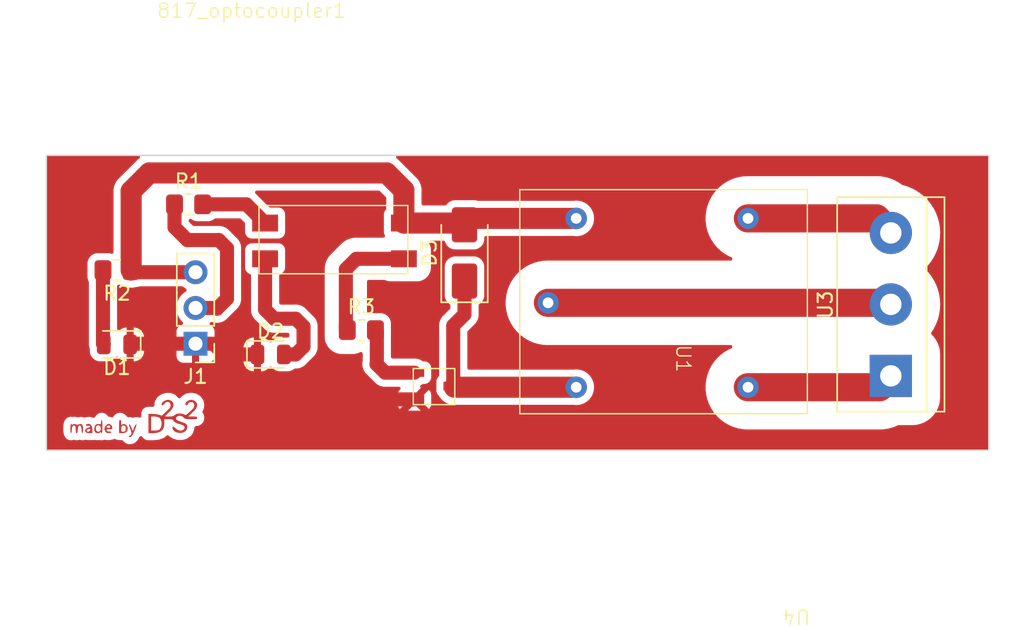
<source format=kicad_pcb>
(kicad_pcb (version 20221018) (generator pcbnew)
  (layers (0 "F.Cu" signal) (31 "B.Cu" signal) (34 "B.Paste" user) (35 "F.Paste" user) (36 "B.SilkS" user "B.Silkscreen") (37 "F.SilkS" user "F.Silkscreen") (38 "B.Mask" user) (39 "F.Mask" user) (44 "Edge.Cuts" user))
  (net 0 "")
  (net 1 "Net-(817_optocoupler1-Pad1)")
  (net 2 "Net-(D2-A)")
  (net 3 "VCC")
  (net 4 "/gnd")
  (net 5 "Net-(D3-K)")
  (net 6 "Net-(U1-base)")
  (net 7 "/in2")
  (net 8 "/led1")
  (net 9 "/in3")
  (net 10 "/ac3")
  (net 11 "/ac1")
  (net 12 "/ac2")
  (footprint "relay:relay" (layer "F.Cu") (at 166.8085 116.1682 180)
    (fp_text reference "U4" (at 1.5748 -13.3124 180 unlocked) (layer "F.SilkS") (effects (font (thickness 0.1))))
    (fp_text value "~")
    (fp_line (start 0.7874 1.1176) (end 1.4224 1.1176) (stroke (width 0.1)) (layer "F.SilkS"))
    (fp_line (start 0.7874 17.0434) (end 0.7874 1.1176) (stroke (width 0.1)) (layer "F.SilkS"))
    (fp_line (start 1.4224 1.1176) (end 21.209 1.1176) (stroke (width 0.1)) (layer "F.SilkS"))
    (fp_line (start 21.209 1.1176) (end 21.209 17.0434) (stroke (width 0.1)) (layer "F.SilkS"))
    (fp_line (start 21.209 17.0434) (end 0.7874 17.0434) (stroke (width 0.1)) (layer "F.SilkS"))
    (pad "1" thru_hole circle (at 5 3 180) (size 1.524 1.524) (drill 0.762) (layers "*.Cu" "*.Mask") (net 10 "/ac3"))
    (pad "2" thru_hole circle (at 5 15 180) (size 1.524 1.524) (drill 0.762) (layers "*.Cu" "*.Mask") (net 11 "/ac1"))
    (pad "3" thru_hole circle (at 17.2 3 180) (size 1.524 1.524) (drill 0.762) (layers "*.Cu" "*.Mask") (net 5 "Net-(D3-K)"))
    (pad "4" thru_hole circle (at 19.2 9 180) (size 1.524 1.524) (drill 0.762) (layers "*.Cu" "*.Mask") (net 12 "/ac2"))
    (pad "5" thru_hole circle (at 17.2 15 180) (size 1.524 1.524) (drill 0.762) (layers "*.Cu" "*.Mask") (net 3 "VCC"))
  )
  (footprint "Connector_PinHeader_2.54mm:PinHeader_1x03_P2.54mm_Vertical" (layer "F.Cu") (at 122.5724 110.0747 180)
    (fp_text reference "J1" (at 0 -2.33) (layer "F.SilkS"))
    (fp_text value "Conn_01x03_Socket")
    (fp_line (start -1.33 -1.33) (end 0 -1.33) (stroke (width 0.12)) (layer "F.SilkS"))
    (fp_line (start -1.33 0) (end -1.33 -1.33) (stroke (width 0.12)) (layer "F.SilkS"))
    (fp_line (start -1.33 1.27) (end -1.33 6.41) (stroke (width 0.12)) (layer "F.SilkS"))
    (fp_line (start -1.33 1.27) (end 1.33 1.27) (stroke (width 0.12)) (layer "F.SilkS"))
    (fp_line (start -1.33 6.41) (end 1.33 6.41) (stroke (width 0.12)) (layer "F.SilkS"))
    (fp_line (start 1.33 1.27) (end 1.33 6.41) (stroke (width 0.12)) (layer "F.SilkS"))
    (pad "1" thru_hole rect (at 0 0 180) (size 1.7 1.7) (drill 1) (layers "*.Cu" "*.Mask") (net 4 "/gnd"))
    (pad "2" thru_hole oval (at 0 2.54 180) (size 1.7 1.7) (drill 1) (layers "*.Cu" "*.Mask") (net 9 "/in3"))
    (pad "3" thru_hole oval (at 0 5.08 180) (size 1.7 1.7) (drill 1) (layers "*.Cu" "*.Mask") (net 3 "VCC"))
  )
  (footprint "optocoupler_footprint:optocoupler" (layer "F.Cu") (at 126.5985 99.7704)
    (fp_text reference "817_optocoupler1" (at -0.0508 -13.3632 unlocked) (layer "F.SilkS") (effects (font (thickness 0.1))))
    (fp_text value "~")
    (fp_line (start 0.4826 0.508) (end 0.4826 5.334) (stroke (width 0.1)) (layer "F.SilkS"))
    (fp_line (start 0.4826 5.334) (end 11.049 5.334) (stroke (width 0.1)) (layer "F.SilkS"))
    (fp_line (start 11.049 0.4826) (end 0.4826 0.4826) (stroke (width 0.1)) (layer "F.SilkS"))
    (fp_line (start 11.049 5.334) (end 11.049 0.4826) (stroke (width 0.1)) (layer "F.SilkS"))
    (pad "1" smd rect (at 0.9144 1.73) (size 1.84 1.2) (layers "F.Cu" "F.Paste" "F.Mask") (net 1 "Net-(817_optocoupler1-Pad1)"))
    (pad "2" smd rect (at 0.9144 4.27) (size 1.84 1.2) (layers "F.Cu" "F.Paste" "F.Mask") (net 2 "Net-(D2-A)"))
    (pad "3" smd rect (at 10.7696 4.27) (size 1.84 1.2) (layers "F.Cu" "F.Paste" "F.Mask") (net 7 "/in2"))
    (pad "4" smd rect (at 10.7696 1.73) (size 1.84 1.2) (layers "F.Cu" "F.Paste" "F.Mask") (net 3 "VCC"))
  )
  (footprint "Resistor_SMD:R_0805_2012Metric_Pad1.20x1.40mm_HandSolder" (layer "F.Cu") (at 122.0804 100.1687)
    (fp_text reference "R1" (at 0 -1.65) (layer "F.SilkS"))
    (fp_text value "R")
    (fp_line (start -0.227064 -0.735) (end 0.227064 -0.735) (stroke (width 0.12)) (layer "F.SilkS"))
    (fp_line (start -0.227064 0.735) (end 0.227064 0.735) (stroke (width 0.12)) (layer "F.SilkS"))
    (pad "1" smd roundrect (at -1 0) (size 1.2 1.4) (layers "F.Cu" "F.Paste" "F.Mask") (roundrect_rratio 0.208333) (net 9 "/in3"))
    (pad "2" smd roundrect (at 1 0) (size 1.2 1.4) (layers "F.Cu" "F.Paste" "F.Mask") (roundrect_rratio 0.208333) (net 1 "Net-(817_optocoupler1-Pad1)"))
  )
  (footprint "TerminalBlock:TerminalBlock_bornier-3_P5.08mm" (layer "F.Cu") (at 171.95 112.3607 90)
    (fp_text reference "U3" (at 5.05 -4.65 90) (layer "F.SilkS"))
    (fp_text value "ED2610-ND")
    (fp_line (start -2.54 -3.81) (end 12.7 -3.81) (stroke (width 0.12)) (layer "F.SilkS"))
    (fp_line (start -2.54 2.54) (end 12.7 2.54) (stroke (width 0.12)) (layer "F.SilkS"))
    (fp_line (start -2.54 3.81) (end -2.54 -3.81) (stroke (width 0.12)) (layer "F.SilkS"))
    (fp_line (start -2.54 3.81) (end 12.7 3.81) (stroke (width 0.12)) (layer "F.SilkS"))
    (fp_line (start 12.7 3.81) (end 12.7 -3.81) (stroke (width 0.12)) (layer "F.SilkS"))
    (pad "1" thru_hole rect (at 0 0 90) (size 3 3) (drill 1.52) (layers "*.Cu" "*.Mask") (net 10 "/ac3"))
    (pad "2" thru_hole circle (at 5.08 0 90) (size 3 3) (drill 1.52) (layers "*.Cu" "*.Mask") (net 12 "/ac2"))
    (pad "3" thru_hole circle (at 10.16 0 90) (size 3 3) (drill 1.52) (layers "*.Cu" "*.Mask") (net 11 "/ac1"))
  )
  (footprint "demo:demologo" (layer "F.Cu") (at 118.1862 115.3922)
    (fp_text reference "G***" hide)
    (fp_text value "LOGO" hide)
    (fp_poly (pts (xy 0.186108 0.40067) (xy 0.188877 0.453007) (xy 0.159671 0.567862) (xy 0.107169 0.722136) (xy 0.040045 0.892731) (xy -0.033024 1.056549) (xy -0.103362 1.190492) (xy -0.121565 1.21977) (xy -0.209718 1.306512) (xy -0.299581 1.322672) (xy -0.35541 1.279478) (xy -0.34448 1.239063) (xy -0.309803 1.23209) (xy -0.235124 1.193247) (xy -0.184748 1.122) (xy -0.163994 1.039333) (xy -0.177568 0.933588) (xy -0.229969 0.778365) (xy -0.253284 0.719797) (xy -0.308631 0.564648) (xy -0.334772 0.450132) (xy -0.327771 0.40036) (xy -0.283444 0.425423) (xy -0.216628 0.537747) (xy -0.129611 0.733115) (xy -0.082171 0.852985) (xy -0.057657 0.88736) (xy -0.051129 0.868761) (xy -0.028482 0.773676) (xy 0.020271 0.651288) (xy 0.080984 0.529507) (xy 0.139513 0.436241) (xy 0.181712 0.3994)) (fill solid) (layer "F.Cu"))
    (fp_poly (pts (xy -3.050695 0.440931) (xy -2.970029 0.577175) (xy -2.938326 0.785853) (xy -2.93806 0.810131) (xy -2.93806 1.030518) (xy -3.14371 1.034646) (xy -3.283255 1.025264) (xy -3.385246 0.996802) (xy -3.404345 0.98379) (xy -3.463657 0.876379) (xy -3.460021 0.862703) (xy -3.354868 0.862703) (xy -3.341735 0.898954) (xy -3.269282 0.944475) (xy -3.177649 0.927861) (xy -3.105351 0.862166) (xy -3.088195 0.813021) (xy -3.088655 0.734247) (xy -3.140246 0.724073) (xy -3.182971 0.735418) (xy -3.315344 0.794107) (xy -3.354868 0.862703) (xy -3.460021 0.862703) (xy -3.436277 0.773386) (xy -3.329882 0.688019) (xy -3.207174 0.644525) (xy -3.111361 0.601204) (xy -3.098358 0.551454) (xy -3.159925 0.515158) (xy -3.263085 0.509602) (xy -3.371852 0.50261) (xy -3.411533 0.468971) (xy -3.371326 0.423561) (xy -3.336982 0.407869) (xy -3.174841 0.382652)) (fill solid) (layer "F.Cu"))
    (fp_poly (pts (xy -1.651781 0.421157) (xy -1.55341 0.525971) (xy -1.516418 0.655317) (xy -1.527941 0.718826) (xy -1.578925 0.749153) (xy -1.693995 0.757988) (xy -1.733139 0.758209) (xy -1.866479 0.76401) (xy -1.926507 0.787225) (xy -1.934286 0.836576) (xy -1.933437 0.841138) (xy -1.892073 0.900242) (xy -1.78595 0.922997) (xy -1.740376 0.924067) (xy -1.618982 0.938097) (xy -1.583289 0.970519) (xy -1.630113 1.006838) (xy -1.75627 1.032555) (xy -1.764365 1.033283) (xy -1.898422 1.027637) (xy -1.985077 0.971216) (xy -2.00949 0.939809) (xy -2.067191 0.821297) (xy -2.085074 0.730362) (xy -2.04994 0.602776) (xy -2.047351 0.599141) (xy -1.937142 0.599141) (xy -1.912205 0.647165) (xy -1.800746 0.663433) (xy -1.688905 0.642945) (xy -1.658582 0.590864) (xy -1.695339 0.512625) (xy -1.779994 0.48593) (xy -1.872432 0.52177) (xy -1.937142 0.599141) (xy -2.047351 0.599141) (xy -1.963223 0.481045) (xy -1.852955 0.397546) (xy -1.780957 0.379105)) (fill solid) (layer "F.Cu"))
    (fp_poly (pts (xy -0.923119 0.124594) (xy -0.902281 0.22456) (xy -0.900373 0.293806) (xy -0.894675 0.414672) (xy -0.874126 0.454207) (xy -0.843507 0.43597) (xy -0.736849 0.38456) (xy -0.618364 0.405765) (xy -0.511973 0.484425) (xy -0.441596 0.605381) (xy -0.426492 0.700277) (xy -0.457157 0.875839) (xy -0.5525 0.985206) (xy -0.717541 1.032793) (xy -0.807654 1.035447) (xy -1.042537 1.030155) (xy -1.042537 0.72905) (xy -0.898984 0.72905) (xy -0.895581 0.850108) (xy -0.868781 0.916169) (xy -0.784435 0.947891) (xy -0.679105 0.934912) (xy -0.603966 0.885412) (xy -0.597421 0.872804) (xy -0.575776 0.770037) (xy -0.568657 0.662751) (xy -0.603659 0.547015) (xy -0.688975 0.487273) (xy -0.795068 0.499208) (xy -0.831565 0.523156) (xy -0.876194 0.604741) (xy -0.898984 0.72905) (xy -1.042537 0.72905) (xy -1.042537 0.562466) (xy -1.04014 0.343139) (xy -1.031361 0.202837) (xy -1.013819 0.125895) (xy -0.985133 0.096647) (xy -0.971455 0.094776)) (fill solid) (layer "F.Cu"))
    (fp_poly (pts (xy -2.252613 0.13983) (xy -2.236697 0.265886) (xy -2.228245 0.459293) (xy -2.227239 0.568657) (xy -2.231744 0.788799) (xy -2.24435 0.947957) (xy -2.26369 1.032479) (xy -2.274627 1.042537) (xy -2.319071 1.005353) (xy -2.322015 0.985672) (xy -2.336002 0.952703) (xy -2.37888 0.985672) (xy -2.48271 1.034104) (xy -2.615698 1.035518) (xy -2.727676 0.991674) (xy -2.747444 0.972737) (xy -2.796152 0.852666) (xy -2.800442 0.710821) (xy -2.701119 0.710821) (xy -2.670106 0.845896) (xy -2.593568 0.92726) (xy -2.496257 0.946296) (xy -2.402924 0.894388) (xy -2.36078 0.829291) (xy -2.333764 0.695041) (xy -2.365752 0.5788) (xy -2.439 0.499253) (xy -2.535767 0.475088) (xy -2.638307 0.524991) (xy -2.644254 0.530746) (xy -2.688042 0.619359) (xy -2.701119 0.710821) (xy -2.800442 0.710821) (xy -2.800937 0.694441) (xy -2.764362 0.542502) (xy -2.718255 0.466634) (xy -2.620334 0.397908) (xy -2.488357 0.393637) (xy -2.476576 0.395452) (xy -2.372608 0.405765) (xy -2.33033 0.373489) (xy -2.322041 0.273927) (xy -2.322015 0.257655) (xy -2.309911 0.149217) (xy -2.280215 0.09591) (xy -2.274627 0.094776)) (fill solid) (layer "F.Cu"))
    (fp_poly (pts (xy -4.408529 0.415221) (xy -4.407089 0.426894) (xy -4.374705 0.443961) (xy -4.312313 0.415495) (xy -4.213146 0.380428) (xy -4.12727 0.412679) (xy -4.028147 0.445186) (xy -3.90156 0.417893) (xy -3.894129 0.415123) (xy -3.758887 0.386639) (xy -3.669089 0.426774) (xy -3.618679 0.542747) (xy -3.601601 0.74178) (xy -3.601492 0.764012) (xy -3.60882 0.913082) (xy -3.627889 1.013894) (xy -3.64888 1.042537) (xy -3.677658 1.000296) (xy -3.694474 0.893907) (xy -3.696268 0.838348) (xy -3.711276 0.68852) (xy -3.748648 0.566904) (xy -3.762223 0.543962) (xy -3.837891 0.484379) (xy -3.905218 0.508786) (xy -3.955397 0.6064) (xy -3.979622 0.766435) (xy -3.980597 0.8114) (xy -3.98857 0.95836) (xy -4.016067 1.029057) (xy -4.051679 1.042537) (xy -4.094439 1.019247) (xy -4.116518 0.937462) (xy -4.122761 0.780416) (xy -4.130412 0.616099) (xy -4.157061 0.52482) (xy -4.200696 0.488388) (xy -4.290001 0.496014) (xy -4.359624 0.582204) (xy -4.400345 0.731325) (xy -4.407089 0.838348) (xy -4.416893 0.962346) (xy -4.441583 1.034807) (xy -4.454477 1.042537) (xy -4.478786 0.998707) (xy -4.495584 0.881234) (xy -4.501865 0.711143) (xy -4.501865 0.710821) (xy -4.495604 0.540659) (xy -4.478822 0.423078) (xy -4.454523 0.379105) (xy -4.454477 0.379105)) (fill solid) (layer "F.Cu"))
    (fp_poly (pts (xy 4.24611 -1.29541) (xy 4.387193 -1.212101) (xy 4.479236 -1.085843) (xy 4.501866 -0.970494) (xy 4.486013 -0.845752) (xy 4.430416 -0.724103) (xy 4.323017 -0.586943) (xy 4.151756 -0.415671) (xy 4.127573 -0.393088) (xy 3.862127 -0.146437) (xy 4.181996 -0.1443) (xy 4.352614 -0.140369) (xy 4.449079 -0.127283) (xy 4.491969 -0.098808) (xy 4.501863 -0.048709) (xy 4.501866 -0.047388) (xy 4.494812 -0.002572) (xy 4.461693 0.025371) (xy 4.384568 0.040382) (xy 4.2455 0.0464) (xy 4.070346 0.047388) (xy 3.863755 0.045573) (xy 3.729517 0.036754) (xy 3.645228 0.015875) (xy 3.588487 -0.022124) (xy 3.545638 -0.071082) (xy 3.435184 -0.158132) (xy 3.300138 -0.193839) (xy 3.165287 -0.182891) (xy 3.055418 -0.129976) (xy 2.995318 -0.039784) (xy 2.99401 0.033265) (xy 3.045447 0.098125) (xy 3.179537 0.167169) (xy 3.338725 0.224025) (xy 3.511248 0.285806) (xy 3.65326 0.34806) (xy 3.735146 0.397739) (xy 3.736947 0.399474) (xy 3.798352 0.521404) (xy 3.796964 0.675669) (xy 3.735816 0.826416) (xy 3.696588 0.87634) (xy 3.54895 0.979167) (xy 3.369562 1.025897) (xy 3.180065 1.02163) (xy 3.002102 0.971467) (xy 2.857315 0.880509) (xy 2.767346 0.753857) (xy 2.748508 0.652889) (xy 2.772137 0.579691) (xy 2.840369 0.586893) (xy 2.94922 0.673522) (xy 2.985448 0.710821) (xy 3.129371 0.814971) (xy 3.292962 0.859364) (xy 3.447748 0.842058) (xy 3.565255 0.76111) (xy 3.572858 0.750883) (xy 3.616238 0.630843) (xy 3.568839 0.529692) (xy 3.43351 0.451606) (xy 3.351899 0.426883) (xy 3.099972 0.349143) (xy 2.920019 0.261887) (xy 2.821841 0.170284) (xy 2.809223 0.140623) (xy 2.78389 0.089986) (xy 2.726409 0.061668) (xy 2.61447 0.049524) (xy 2.470499 0.047324) (xy 2.156157 0.047259) (xy 2.169976 0.296111) (xy 2.151822 0.567413) (xy 2.063033 0.776709) (xy 1.902537 0.924989) (xy 1.669262 1.013243) (xy 1.362407 1.042464) (xy 1.042537 1.042537) (xy 1.042537 0.355411) (xy 1.042537 -0.142164) (xy 1.23209 -0.142164) (xy 1.23209 0.355411) (xy 1.23209 0.852985) (xy 1.492724 0.852985) (xy 1.674293 0.841605) (xy 1.791941 0.802473) (xy 1.845491 0.760852) (xy 1.935337 0.617468) (xy 1.976155 0.436278) (xy 1.970268 0.245325) (xy 1.92 0.072652) (xy 1.827673 -0.0537) (xy 1.775259 -0.086971) (xy 1.650442 -0.12194) (xy 1.488941 -0.14099) (xy 1.443106 -0.142164) (xy 1.23209 -0.142164) (xy 1.042537 -0.142164) (xy 1.042537 -0.331716) (xy 1.338713 -0.329636) (xy 1.532124 -0.317774) (xy 1.717056 -0.289422) (xy 1.814716 -0.263409) (xy 1.994544 -0.199261) (xy 2.308342 -0.495087) (xy 2.463469 -0.646902) (xy 2.558595 -0.757631) (xy 2.606999 -0.846295) (xy 2.621958 -0.931914) (xy 2.622139 -0.944588) (xy 2.586232 -1.085694) (xy 2.49611 -1.169372) (xy 2.378176 -1.188029) (xy 2.258832 -1.13407) (xy 2.199187 -1.066231) (xy 2.118834 -0.980918) (xy 2.038484 -0.946811) (xy 1.982812 -0.966415) (xy 1.976494 -1.042232) (xy 1.976867 -1.04368) (xy 2.054983 -1.173006) (xy 2.194201 -1.26885) (xy 2.36379 -1.321173) (xy 2.533022 -1.319937) (xy 2.657838 -1.266123) (xy 2.787647 -1.125526) (xy 2.829027 -0.968534) (xy 2.781395 -0.791965) (xy 2.644168 -0.592635) (xy 2.508808 -0.451413) (xy 2.379093 -0.325383) (xy 2.280954 -0.225651) (xy 2.230608 -0.168854) (xy 2.227239 -0.162502) (xy 2.270305 -0.151774) (xy 2.38224 -0.144404) (xy 2.511567 -0.142164) (xy 2.69541 -0.150929) (xy 2.813907 -0.181825) (xy 2.888029 -0.234297) (xy 3.047616 -0.331493) (xy 3.251458 -0.365207) (xy 3.470178 -0.331628) (xy 3.515332 -0.315638) (xy 3.706903 -0.240387) (xy 3.960446 -0.463757) (xy 4.096172 -0.590826) (xy 4.207287 -0.708356) (xy 4.269205 -0.790099) (xy 4.30411 -0.929363) (xy 4.273789 -1.06019) (xy 4.188765 -1.149502) (xy 4.150147 -1.164315) (xy 4.023976 -1.16603) (xy 3.910301 -1.121515) (xy 3.843995 -1.047232) (xy 3.838433 -1.017176) (xy 3.798992 -0.960909) (xy 3.743657 -0.947761) (xy 3.66556 -0.976336) (xy 3.657702 -1.051907) (xy 3.718834 -1.159243) (xy 3.765197 -1.210549) (xy 3.911453 -1.302344) (xy 4.079643 -1.32806)) (fill solid) (layer "F.Cu"))
  )
  (footprint "smd_BC547:smd_BC547" (layer "F.Cu") (at 141.5679 111.3328 -90)
    (fp_text reference "U1" (at -0.2032 -15.6478 -90 unlocked) (layer "F.SilkS") (effects (font (thickness 0.1))))
    (fp_text value "~")
    (fp_line (start 0.508 0.5842) (end 3.0734 0.5842) (stroke (width 0.1)) (layer "F.SilkS"))
    (fp_line (start 0.508 3.5306) (end 0.508 0.6096) (stroke (width 0.1)) (layer "F.SilkS"))
    (fp_line (start 3.0734 0.5842) (end 3.0734 3.5306) (stroke (width 0.1)) (layer "F.SilkS"))
    (fp_line (start 3.0734 3.5306) (end 0.508 3.5306) (stroke (width 0.1)) (layer "F.SilkS"))
    (pad "1" smd rect (at 0.8 3.4544 270) (size 0.6 1.39) (layers "F.Cu" "F.Paste" "F.Mask") (net 6 "Net-(U1-base)"))
    (pad "2" smd rect (at 2.7 3.4544 270) (size 0.6 1.39) (layers "F.Cu" "F.Paste" "F.Mask") (net 4 "/gnd"))
    (pad "3" smd rect (at 1.75 0.695 270) (size 0.6 1.39) (layers "F.Cu" "F.Paste" "F.Mask") (net 5 "Net-(D3-K)"))
  )
  (footprint "LED_SMD:LED_0805_2012Metric" (layer "F.Cu") (at 127.9064 110.8367)
    (fp_text reference "D2" (at 0 -1.65) (layer "F.SilkS"))
    (fp_text value "LED")
    (fp_line (start -1.685 -0.96) (end -1.685 0.96) (stroke (width 0.12)) (layer "F.SilkS"))
    (fp_line (start -1.685 0.96) (end 1 0.96) (stroke (width 0.12)) (layer "F.SilkS"))
    (fp_line (start 1 -0.96) (end -1.685 -0.96) (stroke (width 0.12)) (layer "F.SilkS"))
    (pad "1" smd roundrect (at -0.9375 0) (size 0.975 1.4) (layers "F.Cu" "F.Paste" "F.Mask") (net 4 "/gnd"))
    (pad "2" smd roundrect (at 0.9375 0) (size 0.975 1.4) (layers "F.Cu" "F.Paste" "F.Mask") (net 2 "Net-(D2-A)"))
  )
  (footprint "LED_SMD:LED_0805_2012Metric" (layer "F.Cu") (at 116.9933 110.1255 180)
    (fp_text reference "D1" (at 0 -1.65) (layer "F.SilkS"))
    (fp_text value "LED")
    (fp_line (start -1.685 -0.96) (end -1.685 0.96) (stroke (width 0.12)) (layer "F.SilkS"))
    (fp_line (start -1.685 0.96) (end 1 0.96) (stroke (width 0.12)) (layer "F.SilkS"))
    (fp_line (start 1 -0.96) (end -1.685 -0.96) (stroke (width 0.12)) (layer "F.SilkS"))
    (pad "1" smd roundrect (at -0.9375 0 180) (size 0.975 1.4) (layers "F.Cu" "F.Paste" "F.Mask") (net 4 "/gnd"))
    (pad "2" smd roundrect (at 0.9375 0 180) (size 0.975 1.4) (layers "F.Cu" "F.Paste" "F.Mask") (net 8 "/led1"))
  )
  (footprint "Resistor_SMD:R_0805_2012Metric_Pad1.20x1.40mm_HandSolder" (layer "F.Cu") (at 134.3486 109.1095)
    (fp_text reference "R3" (at 0 -1.65) (layer "F.SilkS"))
    (fp_text value "R")
    (fp_line (start -0.227064 -0.735) (end 0.227064 -0.735) (stroke (width 0.12)) (layer "F.SilkS"))
    (fp_line (start -0.227064 0.735) (end 0.227064 0.735) (stroke (width 0.12)) (layer "F.SilkS"))
    (pad "1" smd roundrect (at -1 0) (size 1.2 1.4) (layers "F.Cu" "F.Paste" "F.Mask") (roundrect_rratio 0.208333) (net 7 "/in2"))
    (pad "2" smd roundrect (at 1 0) (size 1.2 1.4) (layers "F.Cu" "F.Paste" "F.Mask") (roundrect_rratio 0.208333) (net 6 "Net-(U1-base)"))
  )
  (footprint "Diode_SMD:D_SMA" (layer "F.Cu") (at 141.6732 103.6231 90)
    (fp_text reference "D3" (at 0 -2.5 90) (layer "F.SilkS"))
    (fp_text value "D")
    (fp_line (start -3.51 -1.65) (end -3.51 1.65) (stroke (width 0.12)) (layer "F.SilkS"))
    (fp_line (start -3.51 -1.65) (end 2 -1.65) (stroke (width 0.12)) (layer "F.SilkS"))
    (fp_line (start -3.51 1.65) (end 2 1.65) (stroke (width 0.12)) (layer "F.SilkS"))
    (pad "1" smd roundrect (at -2 0 90) (size 2.5 1.8) (layers "F.Cu" "F.Paste" "F.Mask") (roundrect_rratio 0.1388888889) (net 5 "Net-(D3-K)"))
    (pad "2" smd roundrect (at 2 0 90) (size 2.5 1.8) (layers "F.Cu" "F.Paste" "F.Mask") (roundrect_rratio 0.1388888889) (net 3 "VCC"))
  )
  (footprint "Resistor_SMD:R_0805_2012Metric_Pad1.20x1.40mm_HandSolder" (layer "F.Cu") (at 117.0004 104.8423 180)
    (fp_text reference "R2" (at 0 -1.65) (layer "F.SilkS"))
    (fp_text value "R")
    (fp_line (start -0.227064 -0.735) (end 0.227064 -0.735) (stroke (width 0.12)) (layer "F.SilkS"))
    (fp_line (start -0.227064 0.735) (end 0.227064 0.735) (stroke (width 0.12)) (layer "F.SilkS"))
    (pad "1" smd roundrect (at -1 0 180) (size 1.2 1.4) (layers "F.Cu" "F.Paste" "F.Mask") (roundrect_rratio 0.208333) (net 3 "VCC"))
    (pad "2" smd roundrect (at 1 0 180) (size 1.2 1.4) (layers "F.Cu" "F.Paste" "F.Mask") (roundrect_rratio 0.208333) (net 8 "/led1"))
  )
  (gr_rect (start 111.9806 96.6889) (end 178.9096 117.6439) (stroke (width 0.1)) (fill none) (layer "Edge.Cuts"))
  (segment (start 127.5129 101.5004) (end 127.5907 101.5004) (width 1) (layer "F.Cu") (net 1))
  (segment (start 123.0804 100.1687) (end 126.1812 100.1687) (width 1) (layer "F.Cu") (net 1))
  (segment (start 126.1812 100.1687) (end 127.5129 101.5004) (width 1) (layer "F.Cu") (net 1))
  (segment (start 127.5907 101.5004) (end 127.6524 101.4387) (width 1) (layer "F.Cu") (net 1))
  (segment (start 127.5129 107.6492) (end 128.1604 108.2967) (width 1) (layer "F.Cu") (net 2))
  (segment (start 130.242 108.8543) (end 130.242 110.2791) (width 1) (layer "F.Cu") (net 2))
  (segment (start 130.242 110.2791) (end 129.6844 110.8367) (width 1) (layer "F.Cu") (net 2))
  (segment (start 129.6844 110.8367) (end 128.9564 110.8367) (width 1) (layer "F.Cu") (net 2))
  (segment (start 129.6844 108.2967) (end 130.242 108.8543) (width 1) (layer "F.Cu") (net 2))
  (segment (start 128.1604 108.2967) (end 129.6844 108.2967) (width 1) (layer "F.Cu") (net 2))
  (segment (start 127.5129 104.0404) (end 127.5129 107.6492) (width 1) (layer "F.Cu") (net 2))
  (segment (start 118.0004 99.2289) (end 118.0004 104.8423) (width 1.5) (layer "F.Cu") (net 3))
  (segment (start 119.2904 97.9389) (end 118.0004 99.2289) (width 1.5) (layer "F.Cu") (net 3))
  (segment (start 118.2528 104.9947) (end 118.1004 104.8423) (width 1) (layer "F.Cu") (net 3))
  (segment (start 137.3681 101.5004) (end 137.3681 99.1656) (width 1.5) (layer "F.Cu") (net 3))
  (segment (start 149.598 101.1682) (end 142.1281 101.1682) (width 1.5) (layer "F.Cu") (net 3))
  (segment (start 137.3681 101.5004) (end 141.5505 101.5004) (width 1.5) (layer "F.Cu") (net 3))
  (segment (start 141.5505 101.5004) (end 141.6732 101.6231) (width 1) (layer "F.Cu") (net 3))
  (segment (start 137.3681 99.1656) (end 136.1414 97.9389) (width 1.5) (layer "F.Cu") (net 3))
  (segment (start 142.1281 101.1682) (end 141.6732 101.6231) (width 1) (layer "F.Cu") (net 3))
  (segment (start 122.5724 104.9947) (end 118.2528 104.9947) (width 1) (layer "F.Cu") (net 3))
  (segment (start 136.1414 97.9389) (end 119.2904 97.9389) (width 1.5) (layer "F.Cu") (net 3))
  (segment (start 124.6044 112.8687) (end 124.6044 110.8367) (width 1) (layer "F.Cu") (net 4))
  (segment (start 125.7685 114.0328) (end 124.6044 112.8687) (width 1) (layer "F.Cu") (net 4))
  (segment (start 122.5724 110.0747) (end 118.0941 110.0747) (width 1) (layer "F.Cu") (net 4))
  (segment (start 118.0941 110.0747) (end 118.0433 110.1255) (width 1) (layer "F.Cu") (net 4))
  (segment (start 124.6044 110.8367) (end 126.8564 110.8367) (width 1) (layer "F.Cu") (net 4))
  (segment (start 123.8424 110.0747) (end 124.6044 110.8367) (width 1) (layer "F.Cu") (net 4))
  (segment (start 122.5724 110.0747) (end 123.8424 110.0747) (width 1) (layer "F.Cu") (net 4))
  (segment (start 138.1135 114.0328) (end 125.7685 114.0328) (width 1) (layer "F.Cu") (net 4))
  (segment (start 141.6732 105.6231) (end 141.6732 107.9919) (width 1) (layer "F.Cu") (net 5))
  (segment (start 140.8729 108.7922) (end 140.8729 113.0828) (width 1) (layer "F.Cu") (net 5))
  (segment (start 149.598 113.1682) (end 140.9583 113.1682) (width 1.5) (layer "F.Cu") (net 5))
  (segment (start 140.9583 113.1682) (end 140.8729 113.0828) (width 1) (layer "F.Cu") (net 5))
  (segment (start 141.6732 107.9919) (end 140.8729 108.7922) (width 1) (layer "F.Cu") (net 5))
  (segment (start 135.4486 111.4987) (end 135.4486 109.1857) (width 1) (layer "F.Cu") (net 6))
  (segment (start 136.0351 112.1328) (end 135.4248 111.5225) (width 1) (layer "F.Cu") (net 6))
  (segment (start 138.1135 112.1328) (end 136.0351 112.1328) (width 1) (layer "F.Cu") (net 6))
  (segment (start 135.4248 111.5225) (end 135.4486 111.4987) (width 1) (layer "F.Cu") (net 6))
  (segment (start 133.2486 104.7833) (end 133.2486 109.1095) (width 1) (layer "F.Cu") (net 7))
  (segment (start 137.3681 104.0404) (end 133.9915 104.0404) (width 1) (layer "F.Cu") (net 7))
  (segment (start 133.9915 104.0404) (end 133.2486 104.7833) (width 1) (layer "F.Cu") (net 7))
  (segment (start 116.0004 104.8423) (end 116.0004 110.0701) (width 1) (layer "F.Cu") (net 8))
  (segment (start 116.0004 110.0701) (end 116.0558 110.1255) (width 1) (layer "F.Cu") (net 8))
  (segment (start 124.0964 107.5855) (end 124.0456 107.5347) (width 1) (layer "F.Cu") (net 9))
  (segment (start 124.2234 102.7087) (end 124.8076 103.2929) (width 1) (layer "F.Cu") (net 9))
  (segment (start 121.0804 100.1687) (end 121.0804 101.8009) (width 1) (layer "F.Cu") (net 9))
  (segment (start 124.8076 106.8743) (end 124.0964 107.5855) (width 1) (layer "F.Cu") (net 9))
  (segment (start 124.0456 107.5347) (end 122.5724 107.5347) (width 1) (layer "F.Cu") (net 9))
  (segment (start 121.9882 102.7087) (end 124.2234 102.7087) (width 1) (layer "F.Cu") (net 9))
  (segment (start 124.8076 103.2929) (end 124.8076 106.8743) (width 1) (layer "F.Cu") (net 9))
  (segment (start 121.0804 101.8009) (end 121.9882 102.7087) (width 1) (layer "F.Cu") (net 9))
  (segment (start 171.1425 113.1682) (end 171.95 112.3607) (width 2) (layer "F.Cu") (net 10))
  (segment (start 161.798 113.1682) (end 171.1425 113.1682) (width 2) (layer "F.Cu") (net 10))
  (segment (start 170.9175 101.1682) (end 171.95 102.2007) (width 2) (layer "F.Cu") (net 11))
  (segment (start 161.798 101.1682) (end 170.9175 101.1682) (width 2) (layer "F.Cu") (net 11))
  (segment (start 171.8375 107.1682) (end 171.95 107.2807) (width 2) (layer "F.Cu") (net 12))
  (segment (start 171.7016 107.2243) (end 171.95 106.9759) (width 0.5) (layer "F.Cu") (net 12))
  (segment (start 147.598 107.1682) (end 171.8375 107.1682) (width 2) (layer "F.Cu") (net 12))
  (zone (net 4) (net_name "/gnd") (layer "F.Cu") (connect_pads (clearance 0.5)) (min_thickness 0.25) (fill yes (thermal_gap 0.5) (thermal_bridge_width 0.5))
    (polygon (pts (xy 108.6866 94.0054) (xy 181.4068 93.8276) (xy 181.229 120.269) (xy 108.8644 120.6246)))
  )
)
</source>
